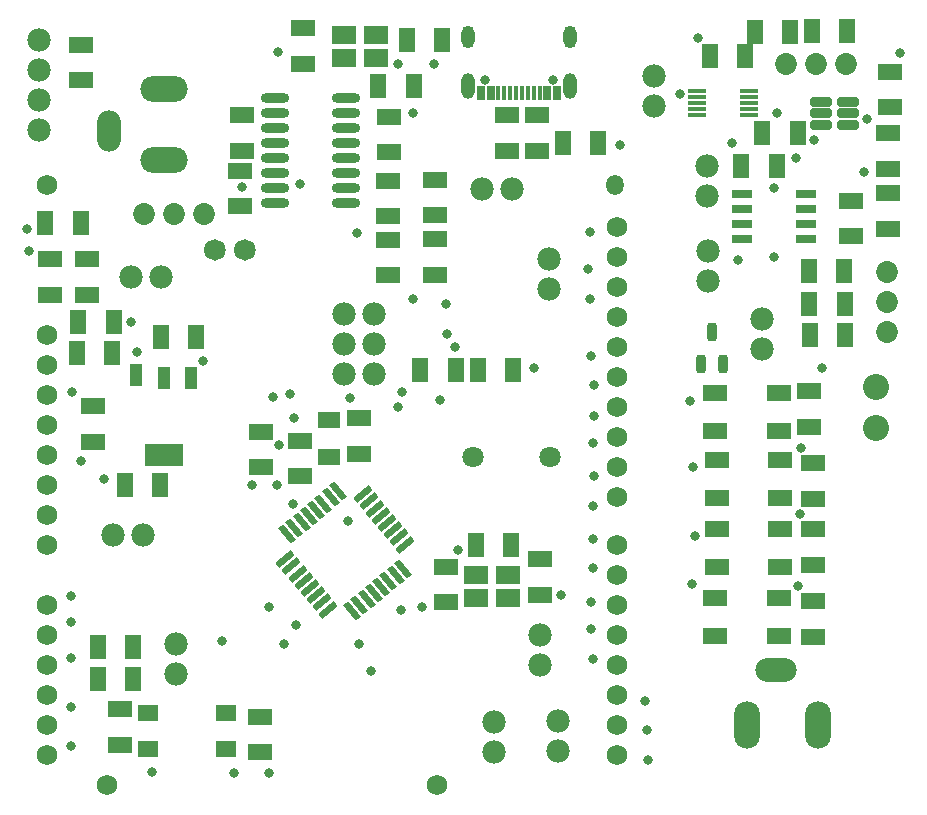
<source format=gts>
G04*
G04 #@! TF.GenerationSoftware,Altium Limited,Altium Designer,24.2.2 (26)*
G04*
G04 Layer_Color=8388736*
%FSLAX44Y44*%
%MOMM*%
G71*
G04*
G04 #@! TF.SameCoordinates,C9C70787-D61E-4D50-BDF8-59307FDF8C79*
G04*
G04*
G04 #@! TF.FilePolarity,Negative*
G04*
G01*
G75*
%ADD36R,1.8542X1.3716*%
%ADD40C,0.0000*%
%ADD41R,0.7000X1.2400*%
%ADD42R,0.4000X1.2400*%
%ADD43R,2.0066X1.3208*%
%ADD44R,1.3208X2.0066*%
%ADD45R,2.1032X1.4097*%
G04:AMPARAMS|DCode=46|XSize=0.5588mm|YSize=1.7008mm|CornerRadius=0mm|HoleSize=0mm|Usage=FLASHONLY|Rotation=40.000|XOffset=0mm|YOffset=0mm|HoleType=Round|Shape=Rectangle|*
%AMROTATEDRECTD46*
4,1,4,0.3326,-0.8310,-0.7607,0.4719,-0.3326,0.8310,0.7607,-0.4719,0.3326,-0.8310,0.0*
%
%ADD46ROTATEDRECTD46*%

G04:AMPARAMS|DCode=47|XSize=0.5588mm|YSize=1.7008mm|CornerRadius=0mm|HoleSize=0mm|Usage=FLASHONLY|Rotation=310.000|XOffset=0mm|YOffset=0mm|HoleType=Round|Shape=Rectangle|*
%AMROTATEDRECTD47*
4,1,4,-0.8310,-0.3326,0.4719,0.7607,0.8310,0.3326,-0.4719,-0.7607,-0.8310,-0.3326,0.0*
%
%ADD47ROTATEDRECTD47*%

%ADD48O,2.4032X0.8128*%
%ADD49R,1.7032X1.4032*%
%ADD50R,1.0414X1.9032*%
%ADD51R,3.3020X1.9032*%
%ADD52R,1.5008X0.3508*%
%ADD53R,1.5208X0.3508*%
G04:AMPARAMS|DCode=54|XSize=1.8132mm|YSize=0.7932mm|CornerRadius=0.1754mm|HoleSize=0mm|Usage=FLASHONLY|Rotation=0.000|XOffset=0mm|YOffset=0mm|HoleType=Round|Shape=RoundedRectangle|*
%AMROUNDEDRECTD54*
21,1,1.8132,0.4425,0,0,0.0*
21,1,1.4625,0.7932,0,0,0.0*
1,1,0.3507,0.7313,-0.2213*
1,1,0.3507,-0.7313,-0.2213*
1,1,0.3507,-0.7313,0.2213*
1,1,0.3507,0.7313,0.2213*
%
%ADD54ROUNDEDRECTD54*%
%ADD55R,2.0032X1.6032*%
G04:AMPARAMS|DCode=56|XSize=1.5532mm|YSize=0.7932mm|CornerRadius=0.2491mm|HoleSize=0mm|Usage=FLASHONLY|Rotation=90.000|XOffset=0mm|YOffset=0mm|HoleType=Round|Shape=RoundedRectangle|*
%AMROUNDEDRECTD56*
21,1,1.5532,0.2950,0,0,90.0*
21,1,1.0550,0.7932,0,0,90.0*
1,1,0.4982,0.1475,0.5275*
1,1,0.4982,0.1475,-0.5275*
1,1,0.4982,-0.1475,-0.5275*
1,1,0.4982,-0.1475,0.5275*
%
%ADD56ROUNDEDRECTD56*%
%ADD57R,1.7532X0.8032*%
%ADD58C,0.8032*%
%ADD59O,1.1032X2.2032*%
%ADD60O,1.1032X1.9032*%
%ADD61C,1.8232*%
%ADD62O,2.0032X3.5032*%
%ADD63O,4.0032X2.2032*%
%ADD64C,1.9812*%
%ADD65C,1.8532*%
%ADD66C,1.7272*%
%ADD67O,3.5032X2.0032*%
%ADD68O,2.2032X4.0032*%
%ADD69C,1.8032*%
%ADD70C,2.2032*%
%ADD71O,1.4732X1.7272*%
%ADD72C,0.8382*%
D36*
X264160Y334391D02*
D03*
Y303149D02*
D03*
D40*
X176251Y478790D02*
G03*
X176251Y478790I-8611J0D01*
G01*
X201651D02*
G03*
X201651Y478790I-8611J0D01*
G01*
D41*
X457450Y611630D02*
D03*
X449450D02*
D03*
X401450D02*
D03*
X393450D02*
D03*
D42*
X427950D02*
D03*
X432950D02*
D03*
X437950D02*
D03*
X442950D02*
D03*
X422950D02*
D03*
X417950D02*
D03*
X412950D02*
D03*
X407950D02*
D03*
D43*
X440690Y562864D02*
D03*
Y592836D02*
D03*
X415290D02*
D03*
Y562864D02*
D03*
X205740Y53594D02*
D03*
Y83566D02*
D03*
X670560Y329184D02*
D03*
Y359156D02*
D03*
X674370Y268224D02*
D03*
Y298196D02*
D03*
Y212090D02*
D03*
Y242062D02*
D03*
Y151130D02*
D03*
Y181102D02*
D03*
X363220Y180594D02*
D03*
Y210566D02*
D03*
X443230Y216916D02*
D03*
Y186944D02*
D03*
X207010Y294894D02*
D03*
Y324866D02*
D03*
X240030Y317246D02*
D03*
Y287274D02*
D03*
X242570Y666496D02*
D03*
Y636524D02*
D03*
X314960Y561594D02*
D03*
Y591566D02*
D03*
X190500Y562864D02*
D03*
Y592836D02*
D03*
X189230Y515874D02*
D03*
Y545846D02*
D03*
X27940Y440944D02*
D03*
Y470916D02*
D03*
X314706Y507238D02*
D03*
Y537210D02*
D03*
X354584Y508000D02*
D03*
Y537972D02*
D03*
X87630Y59690D02*
D03*
Y89662D02*
D03*
X354330Y457708D02*
D03*
Y487680D02*
D03*
X314706Y457454D02*
D03*
Y487426D02*
D03*
X59690Y470916D02*
D03*
Y440944D02*
D03*
X737870Y496824D02*
D03*
Y526796D02*
D03*
X289560Y336296D02*
D03*
Y306324D02*
D03*
X64770Y316484D02*
D03*
Y346456D02*
D03*
X739140Y599694D02*
D03*
Y629666D02*
D03*
X706120Y520446D02*
D03*
Y490474D02*
D03*
X737870Y577596D02*
D03*
Y547624D02*
D03*
X54610Y622554D02*
D03*
Y652526D02*
D03*
D44*
X492506Y568960D02*
D03*
X462534D02*
D03*
X52324Y417830D02*
D03*
X82296D02*
D03*
X330454Y656590D02*
D03*
X360426D02*
D03*
X54356Y501650D02*
D03*
X24384D02*
D03*
X51054Y391160D02*
D03*
X81026D02*
D03*
X418846Y228600D02*
D03*
X388874D02*
D03*
X152146Y405130D02*
D03*
X122174D02*
D03*
X341884Y377190D02*
D03*
X371856D02*
D03*
X306324Y617220D02*
D03*
X336296D02*
D03*
X390652Y377190D02*
D03*
X420624D02*
D03*
X655066Y662940D02*
D03*
X625094D02*
D03*
X121666Y279400D02*
D03*
X91694D02*
D03*
X661416Y577850D02*
D03*
X631444D02*
D03*
X643636Y549910D02*
D03*
X613664D02*
D03*
X68834Y142240D02*
D03*
X98806D02*
D03*
X68834Y115570D02*
D03*
X98806D02*
D03*
X616966Y642620D02*
D03*
X586994D02*
D03*
X671830Y406400D02*
D03*
X701802D02*
D03*
X670814Y461010D02*
D03*
X700786D02*
D03*
X671068Y433070D02*
D03*
X701040D02*
D03*
X673354Y664210D02*
D03*
X703326D02*
D03*
D45*
X646760Y242189D02*
D03*
X592760D02*
D03*
X646760Y209931D02*
D03*
X592760D02*
D03*
X645490Y357759D02*
D03*
X591490D02*
D03*
X645490Y325501D02*
D03*
X591490D02*
D03*
X646760Y300609D02*
D03*
X592760D02*
D03*
X646760Y268351D02*
D03*
X592760D02*
D03*
X645490Y183769D02*
D03*
X591490D02*
D03*
X645490Y151511D02*
D03*
X591490D02*
D03*
D46*
X284238Y172774D02*
D03*
X290270Y177835D02*
D03*
X296496Y183060D02*
D03*
X302528Y188121D02*
D03*
X308754Y193346D02*
D03*
X314786Y198407D02*
D03*
X321013Y203631D02*
D03*
X327045Y208693D02*
D03*
X272022Y274266D02*
D03*
X265990Y269205D02*
D03*
X259764Y263980D02*
D03*
X253732Y258919D02*
D03*
X247506Y253694D02*
D03*
X241474Y248633D02*
D03*
X235247Y243409D02*
D03*
X229215Y238347D02*
D03*
D47*
X329191Y229253D02*
D03*
X324130Y235284D02*
D03*
X318905Y241511D02*
D03*
X313844Y247543D02*
D03*
X308619Y253769D02*
D03*
X303558Y259801D02*
D03*
X298334Y266027D02*
D03*
X293272Y272059D02*
D03*
X227699Y217036D02*
D03*
X232760Y211005D02*
D03*
X237985Y204778D02*
D03*
X243046Y198746D02*
D03*
X248271Y192520D02*
D03*
X253332Y186488D02*
D03*
X258557Y180262D02*
D03*
X263618Y174230D02*
D03*
D48*
X219202Y518160D02*
D03*
Y530860D02*
D03*
Y543560D02*
D03*
Y556260D02*
D03*
Y568960D02*
D03*
Y581660D02*
D03*
Y594360D02*
D03*
Y607060D02*
D03*
X278638D02*
D03*
Y594360D02*
D03*
Y581660D02*
D03*
Y568960D02*
D03*
Y556260D02*
D03*
Y543560D02*
D03*
Y530860D02*
D03*
Y518160D02*
D03*
D49*
X177392Y86278D02*
D03*
X111392Y56278D02*
D03*
Y86278D02*
D03*
X177392Y56278D02*
D03*
D50*
X101346Y372820D02*
D03*
X124460Y370320D02*
D03*
X147574D02*
D03*
D51*
X124460Y305320D02*
D03*
D52*
X576170Y613250D02*
D03*
D53*
Y608250D02*
D03*
Y603250D02*
D03*
Y598250D02*
D03*
Y593250D02*
D03*
X620170D02*
D03*
Y598250D02*
D03*
Y603250D02*
D03*
Y608250D02*
D03*
Y613250D02*
D03*
D54*
X680700Y584860D02*
D03*
Y594360D02*
D03*
Y603860D02*
D03*
X703600D02*
D03*
Y594360D02*
D03*
Y584860D02*
D03*
D55*
X415790Y203240D02*
D03*
X389390Y183840D02*
D03*
X415790D02*
D03*
X389390Y203240D02*
D03*
X277630Y641310D02*
D03*
X304030Y660710D02*
D03*
X277630D02*
D03*
X304030Y641310D02*
D03*
D56*
X598120Y382270D02*
D03*
X588620Y408870D02*
D03*
X579120Y382270D02*
D03*
D57*
X668350Y487680D02*
D03*
Y500380D02*
D03*
Y513080D02*
D03*
Y525780D02*
D03*
X614350Y487680D02*
D03*
Y500380D02*
D03*
Y513080D02*
D03*
Y525780D02*
D03*
D58*
X454350Y622330D02*
D03*
X396550D02*
D03*
D59*
X468700Y617430D02*
D03*
X382200D02*
D03*
D60*
X468700Y659130D02*
D03*
X382200D02*
D03*
D61*
X167640Y478790D02*
D03*
X193040D02*
D03*
D62*
X77960Y579680D02*
D03*
D63*
X124460Y614680D02*
D03*
Y554680D02*
D03*
D64*
X450850Y445770D02*
D03*
Y471170D02*
D03*
X631190Y394970D02*
D03*
Y420370D02*
D03*
X539750Y600710D02*
D03*
Y626110D02*
D03*
X134620Y119380D02*
D03*
Y144780D02*
D03*
X458470Y80010D02*
D03*
Y54610D02*
D03*
X19050Y605790D02*
D03*
Y580390D02*
D03*
Y656590D02*
D03*
Y631190D02*
D03*
X403860Y53340D02*
D03*
Y78740D02*
D03*
X96520Y455930D02*
D03*
X121920D02*
D03*
X584200Y549910D02*
D03*
Y524510D02*
D03*
X81280Y237490D02*
D03*
X106680D02*
D03*
X393954Y530606D02*
D03*
X419354D02*
D03*
X585470Y452120D02*
D03*
Y477520D02*
D03*
X443230Y127000D02*
D03*
Y152400D02*
D03*
X276860Y424180D02*
D03*
X302260D02*
D03*
X276860Y398780D02*
D03*
X302260D02*
D03*
X276860Y373380D02*
D03*
X302260D02*
D03*
D65*
X158750Y509270D02*
D03*
X133350D02*
D03*
X107950D02*
D03*
X651510Y636270D02*
D03*
X676910D02*
D03*
X702310D02*
D03*
X736600Y408940D02*
D03*
Y434340D02*
D03*
Y459740D02*
D03*
D66*
X25400Y177800D02*
D03*
Y152400D02*
D03*
Y127000D02*
D03*
Y101600D02*
D03*
Y76200D02*
D03*
Y50800D02*
D03*
X508000Y497840D02*
D03*
Y472440D02*
D03*
Y447040D02*
D03*
Y421640D02*
D03*
Y396240D02*
D03*
Y370840D02*
D03*
Y345440D02*
D03*
Y320040D02*
D03*
Y294640D02*
D03*
Y269240D02*
D03*
X25400Y228600D02*
D03*
Y254000D02*
D03*
Y279400D02*
D03*
Y304800D02*
D03*
Y330200D02*
D03*
Y355600D02*
D03*
Y381000D02*
D03*
Y406400D02*
D03*
X508000Y50800D02*
D03*
Y76200D02*
D03*
Y101600D02*
D03*
Y127000D02*
D03*
Y152400D02*
D03*
Y177800D02*
D03*
Y203200D02*
D03*
Y228600D02*
D03*
X25400Y533400D02*
D03*
X355600Y25400D02*
D03*
X76200D02*
D03*
D67*
X643180Y122700D02*
D03*
D68*
X678180Y76200D02*
D03*
X618180D02*
D03*
D69*
X386600Y303530D02*
D03*
X451600D02*
D03*
D70*
X727710Y327660D02*
D03*
Y362660D02*
D03*
D71*
X506730Y533400D02*
D03*
D72*
X46990Y358140D02*
D03*
X45720Y185420D02*
D03*
Y163830D02*
D03*
Y133350D02*
D03*
Y91440D02*
D03*
Y58420D02*
D03*
X485140Y494030D02*
D03*
X483870Y462280D02*
D03*
X485140Y436880D02*
D03*
X486410Y388620D02*
D03*
X488950Y364490D02*
D03*
Y337820D02*
D03*
X487680Y261620D02*
D03*
Y314960D02*
D03*
X488950Y287020D02*
D03*
X487680Y233680D02*
D03*
Y209550D02*
D03*
X486410Y180340D02*
D03*
Y157480D02*
D03*
X487680Y132080D02*
D03*
X532130Y96520D02*
D03*
X533400Y72390D02*
D03*
X534670Y46990D02*
D03*
X662940Y255270D02*
D03*
X664210Y311150D02*
D03*
X681990Y378460D02*
D03*
X510540Y567690D02*
D03*
X373380Y224790D02*
D03*
X322580Y636270D02*
D03*
Y345440D02*
D03*
X326390Y358140D02*
D03*
X342900Y176530D02*
D03*
X8890Y496570D02*
D03*
X10160Y477520D02*
D03*
X358140Y351790D02*
D03*
X370840Y396240D02*
D03*
X220853Y279625D02*
D03*
X222250Y313690D02*
D03*
X231140Y356870D02*
D03*
X364490Y407670D02*
D03*
X335280Y436880D02*
D03*
X363220Y433070D02*
D03*
X576580Y658431D02*
D03*
X641350Y531114D02*
D03*
X643890Y594360D02*
D03*
X660250Y556410D02*
D03*
X217170Y354330D02*
D03*
X234950Y336550D02*
D03*
X280670Y248920D02*
D03*
X561340Y610870D02*
D03*
X234305Y264028D02*
D03*
X675341Y571500D02*
D03*
X240030Y534670D02*
D03*
X717550Y544830D02*
D03*
X438150Y378460D02*
D03*
X281940Y353060D02*
D03*
X461010Y186690D02*
D03*
X325120Y173990D02*
D03*
X190500Y532130D02*
D03*
X335280Y594360D02*
D03*
X748030Y645160D02*
D03*
X661670Y194310D02*
D03*
X610870Y469900D02*
D03*
X353060Y636270D02*
D03*
X220980Y646430D02*
D03*
X157480Y384810D02*
D03*
X288290Y492760D02*
D03*
X720090Y589280D02*
D03*
X114300Y36830D02*
D03*
X184150Y35560D02*
D03*
X213360D02*
D03*
X199390Y279400D02*
D03*
X73660Y284480D02*
D03*
X54610Y299720D02*
D03*
X101600Y392430D02*
D03*
X96520Y417830D02*
D03*
X571500Y195580D02*
D03*
X574040Y236220D02*
D03*
X570230Y350520D02*
D03*
X572770Y294640D02*
D03*
X299720Y121920D02*
D03*
X289560Y144780D02*
D03*
X213360Y176530D02*
D03*
X236220Y161290D02*
D03*
X173990Y147320D02*
D03*
X226060Y144780D02*
D03*
X605790Y568960D02*
D03*
X641350Y472440D02*
D03*
M02*

</source>
